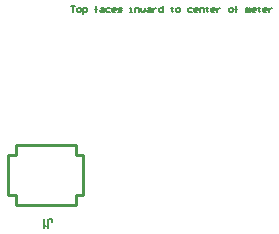
<source format=gbr>
G04 Layer_Color=8421376*
%FSLAX26Y26*%
%MOIN*%
%TF.FileFunction,Other,Mechanical_1*%
%TF.Part,Single*%
G01*
G75*
%TA.AperFunction,NonConductor*%
%ADD55C,0.010000*%
%ADD59C,0.005000*%
D55*
X125000Y-67500D02*
Y67500D01*
X100000D02*
X125000D01*
X100000D02*
Y100000D01*
X-100000D02*
X100000D01*
X-100000Y67500D02*
Y100000D01*
X-125000Y67500D02*
X-100000D01*
X-125000Y-67500D02*
Y67500D01*
Y-67500D02*
X-100000D01*
Y-100000D02*
Y-67500D01*
Y-100000D02*
X100000D01*
Y-67500D01*
X125000D01*
D59*
X7717Y-175994D02*
Y-153141D01*
X9146Y-148857D01*
X10574Y-147428D01*
X13430Y-146000D01*
X16287D01*
X19143Y-147428D01*
X20572Y-148857D01*
X22000Y-153141D01*
Y-155998D01*
X5Y-170280D02*
X-2852Y-171709D01*
X-7137Y-175994D01*
Y-146000D01*
X84000Y562992D02*
X97329D01*
X90665D01*
Y542998D01*
X107326D02*
X113990D01*
X117323Y546331D01*
Y552995D01*
X113990Y556327D01*
X107326D01*
X103994Y552995D01*
Y546331D01*
X107326Y542998D01*
X123987Y536334D02*
Y556327D01*
X133984D01*
X137316Y552995D01*
Y546331D01*
X133984Y542998D01*
X123987D01*
X167306D02*
Y559659D01*
Y552995D01*
X163974D01*
X170639D01*
X167306D01*
Y559659D01*
X170639Y562992D01*
X183968Y556327D02*
X190632D01*
X193964Y552995D01*
Y542998D01*
X183968D01*
X180636Y546331D01*
X183968Y549663D01*
X193964D01*
X213958Y556327D02*
X203961D01*
X200629Y552995D01*
Y546331D01*
X203961Y542998D01*
X213958D01*
X230619D02*
X223955D01*
X220623Y546331D01*
Y552995D01*
X223955Y556327D01*
X230619D01*
X233952Y552995D01*
Y549663D01*
X220623D01*
X240616Y542998D02*
X250613D01*
X253945Y546331D01*
X250613Y549663D01*
X243948D01*
X240616Y552995D01*
X243948Y556327D01*
X253945D01*
X280603Y542998D02*
X287267D01*
X283935D01*
Y556327D01*
X280603D01*
X297264Y542998D02*
Y556327D01*
X307261D01*
X310593Y552995D01*
Y542998D01*
X317258Y556327D02*
Y546331D01*
X320590Y542998D01*
X323922Y546331D01*
X327255Y542998D01*
X330587Y546331D01*
Y556327D01*
X340584D02*
X347248D01*
X350580Y552995D01*
Y542998D01*
X340584D01*
X337251Y546331D01*
X340584Y549663D01*
X350580D01*
X357245Y556327D02*
Y542998D01*
Y549663D01*
X360577Y552995D01*
X363909Y556327D01*
X367242D01*
X390567Y562992D02*
Y542998D01*
X380571D01*
X377238Y546331D01*
Y552995D01*
X380571Y556327D01*
X390567D01*
X420558Y559659D02*
Y556327D01*
X417225D01*
X423890D01*
X420558D01*
Y546331D01*
X423890Y542998D01*
X437219D02*
X443883D01*
X447216Y546331D01*
Y552995D01*
X443883Y556327D01*
X437219D01*
X433887Y552995D01*
Y546331D01*
X437219Y542998D01*
X487203Y556327D02*
X477206D01*
X473874Y552995D01*
Y546331D01*
X477206Y542998D01*
X487203D01*
X503864D02*
X497199D01*
X493867Y546331D01*
Y552995D01*
X497199Y556327D01*
X503864D01*
X507196Y552995D01*
Y549663D01*
X493867D01*
X513861Y542998D02*
Y556327D01*
X523857D01*
X527190Y552995D01*
Y542998D01*
X537186Y559659D02*
Y556327D01*
X533854D01*
X540519D01*
X537186D01*
Y546331D01*
X540519Y542998D01*
X560512D02*
X553848D01*
X550515Y546331D01*
Y552995D01*
X553848Y556327D01*
X560512D01*
X563844Y552995D01*
Y549663D01*
X550515D01*
X570509Y556327D02*
Y542998D01*
Y549663D01*
X573841Y552995D01*
X577173Y556327D01*
X580506D01*
X613828Y542998D02*
X620493D01*
X623825Y546331D01*
Y552995D01*
X620493Y556327D01*
X613828D01*
X610496Y552995D01*
Y546331D01*
X613828Y542998D01*
X633822D02*
Y559659D01*
Y552995D01*
X630489D01*
X637154D01*
X633822D01*
Y559659D01*
X637154Y562992D01*
X667144Y542998D02*
Y556327D01*
X670476D01*
X673809Y552995D01*
Y542998D01*
Y552995D01*
X677141Y556327D01*
X680473Y552995D01*
Y542998D01*
X697135D02*
X690470D01*
X687138Y546331D01*
Y552995D01*
X690470Y556327D01*
X697135D01*
X700467Y552995D01*
Y549663D01*
X687138D01*
X710463Y559659D02*
Y556327D01*
X707131D01*
X713796D01*
X710463D01*
Y546331D01*
X713796Y542998D01*
X733789D02*
X727125D01*
X723793Y546331D01*
Y552995D01*
X727125Y556327D01*
X733789D01*
X737121Y552995D01*
Y549663D01*
X723793D01*
X743786Y556327D02*
Y542998D01*
Y549663D01*
X747118Y552995D01*
X750451Y556327D01*
X753783D01*
%TF.MD5,8839c925c6f1dd1828007db4612e421d*%
M02*

</source>
